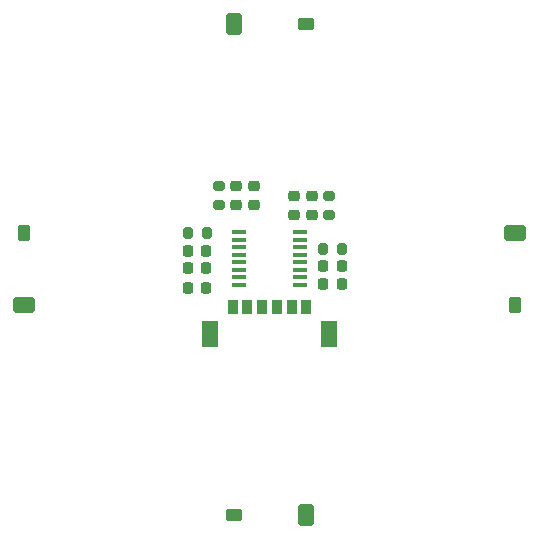
<source format=gbr>
%TF.GenerationSoftware,KiCad,Pcbnew,9.0.1*%
%TF.CreationDate,2025-04-07T22:57:10-07:00*%
%TF.ProjectId,Piramide_Del_Sol,50697261-6d69-4646-955f-44656c5f536f,3.2*%
%TF.SameCoordinates,Original*%
%TF.FileFunction,Paste,Top*%
%TF.FilePolarity,Positive*%
%FSLAX46Y46*%
G04 Gerber Fmt 4.6, Leading zero omitted, Abs format (unit mm)*
G04 Created by KiCad (PCBNEW 9.0.1) date 2025-04-07 22:57:10*
%MOMM*%
%LPD*%
G01*
G04 APERTURE LIST*
G04 Aperture macros list*
%AMRoundRect*
0 Rectangle with rounded corners*
0 $1 Rounding radius*
0 $2 $3 $4 $5 $6 $7 $8 $9 X,Y pos of 4 corners*
0 Add a 4 corners polygon primitive as box body*
4,1,4,$2,$3,$4,$5,$6,$7,$8,$9,$2,$3,0*
0 Add four circle primitives for the rounded corners*
1,1,$1+$1,$2,$3*
1,1,$1+$1,$4,$5*
1,1,$1+$1,$6,$7*
1,1,$1+$1,$8,$9*
0 Add four rect primitives between the rounded corners*
20,1,$1+$1,$2,$3,$4,$5,0*
20,1,$1+$1,$4,$5,$6,$7,0*
20,1,$1+$1,$6,$7,$8,$9,0*
20,1,$1+$1,$8,$9,$2,$3,0*%
G04 Aperture macros list end*
%ADD10RoundRect,0.162500X0.787500X-0.487500X0.787500X0.487500X-0.787500X0.487500X-0.787500X-0.487500X0*%
%ADD11RoundRect,0.137500X0.412500X-0.512500X0.412500X0.512500X-0.412500X0.512500X-0.412500X-0.512500X0*%
%ADD12RoundRect,0.162500X0.487500X0.787500X-0.487500X0.787500X-0.487500X-0.787500X0.487500X-0.787500X0*%
%ADD13RoundRect,0.137500X0.512500X0.412500X-0.512500X0.412500X-0.512500X-0.412500X0.512500X-0.412500X0*%
%ADD14RoundRect,0.225000X0.225000X0.250000X-0.225000X0.250000X-0.225000X-0.250000X0.225000X-0.250000X0*%
%ADD15RoundRect,0.225000X-0.250000X0.225000X-0.250000X-0.225000X0.250000X-0.225000X0.250000X0.225000X0*%
%ADD16RoundRect,0.162500X-0.787500X0.487500X-0.787500X-0.487500X0.787500X-0.487500X0.787500X0.487500X0*%
%ADD17RoundRect,0.137500X-0.412500X0.512500X-0.412500X-0.512500X0.412500X-0.512500X0.412500X0.512500X0*%
%ADD18RoundRect,0.200000X-0.200000X-0.275000X0.200000X-0.275000X0.200000X0.275000X-0.200000X0.275000X0*%
%ADD19RoundRect,0.225000X-0.225000X-0.250000X0.225000X-0.250000X0.225000X0.250000X-0.225000X0.250000X0*%
%ADD20RoundRect,0.200000X-0.275000X0.200000X-0.275000X-0.200000X0.275000X-0.200000X0.275000X0.200000X0*%
%ADD21R,0.838200X1.295400*%
%ADD22R,1.397000X2.260600*%
%ADD23RoundRect,0.200000X0.200000X0.275000X-0.200000X0.275000X-0.200000X-0.275000X0.200000X-0.275000X0*%
%ADD24R,1.200000X0.400000*%
%ADD25RoundRect,0.162500X-0.487500X-0.787500X0.487500X-0.787500X0.487500X0.787500X-0.487500X0.787500X0*%
%ADD26RoundRect,0.137500X-0.512500X-0.412500X0.512500X-0.412500X0.512500X0.412500X-0.512500X0.412500X0*%
G04 APERTURE END LIST*
D10*
%TO.C,D4*%
X158800000Y-94950000D03*
D11*
X158800000Y-101050000D03*
%TD*%
D12*
%TO.C,D1*%
X134950000Y-77200000D03*
D13*
X141050000Y-77200000D03*
%TD*%
D14*
%TO.C,C5*%
X144085000Y-99227751D03*
X142535000Y-99227751D03*
%TD*%
D15*
%TO.C,C7*%
X140080000Y-91820000D03*
X140080000Y-93370000D03*
%TD*%
D16*
%TO.C,D2*%
X117200000Y-101050000D03*
D17*
X117200000Y-94950000D03*
%TD*%
D18*
%TO.C,R2*%
X131045000Y-94960000D03*
X132695000Y-94960000D03*
%TD*%
D19*
%TO.C,C4*%
X131095000Y-96430000D03*
X132645000Y-96430000D03*
%TD*%
D20*
%TO.C,R4*%
X143000000Y-91775000D03*
X143000000Y-93425000D03*
%TD*%
D15*
%TO.C,C8*%
X141540000Y-91825000D03*
X141540000Y-93375000D03*
%TD*%
D21*
%TO.C,J1*%
X134849999Y-101205001D03*
X136099999Y-101205001D03*
X137349999Y-101205001D03*
X138599999Y-101205001D03*
X139849999Y-101205001D03*
X141099999Y-101205001D03*
D22*
X142999999Y-103499891D03*
X132949999Y-103499891D03*
%TD*%
D23*
%TO.C,R3*%
X144135000Y-96300000D03*
X142485000Y-96300000D03*
%TD*%
D14*
%TO.C,C6*%
X144085000Y-97763800D03*
X142535000Y-97763800D03*
%TD*%
D20*
%TO.C,R1*%
X133710001Y-90925000D03*
X133710001Y-92575000D03*
%TD*%
D15*
%TO.C,C1*%
X136630000Y-90975000D03*
X136630000Y-92525000D03*
%TD*%
D19*
%TO.C,C3*%
X131095000Y-97890000D03*
X132645000Y-97890000D03*
%TD*%
D14*
%TO.C,C9*%
X132625000Y-99550000D03*
X131075000Y-99550000D03*
%TD*%
D24*
%TO.C,U1*%
X135400000Y-94877500D03*
X135400000Y-95512500D03*
X135400000Y-96147500D03*
X135400000Y-96782500D03*
X135400000Y-97417500D03*
X135400000Y-98052500D03*
X135400000Y-98687500D03*
X135400000Y-99322500D03*
X140600000Y-99322500D03*
X140600000Y-98687500D03*
X140600000Y-98052500D03*
X140600000Y-97417500D03*
X140600000Y-96782500D03*
X140600000Y-96147500D03*
X140600000Y-95512500D03*
X140600000Y-94877500D03*
%TD*%
D15*
%TO.C,C2*%
X135170000Y-90975000D03*
X135170000Y-92525000D03*
%TD*%
D25*
%TO.C,D3*%
X141050000Y-118800000D03*
D26*
X134950000Y-118800000D03*
%TD*%
M02*

</source>
